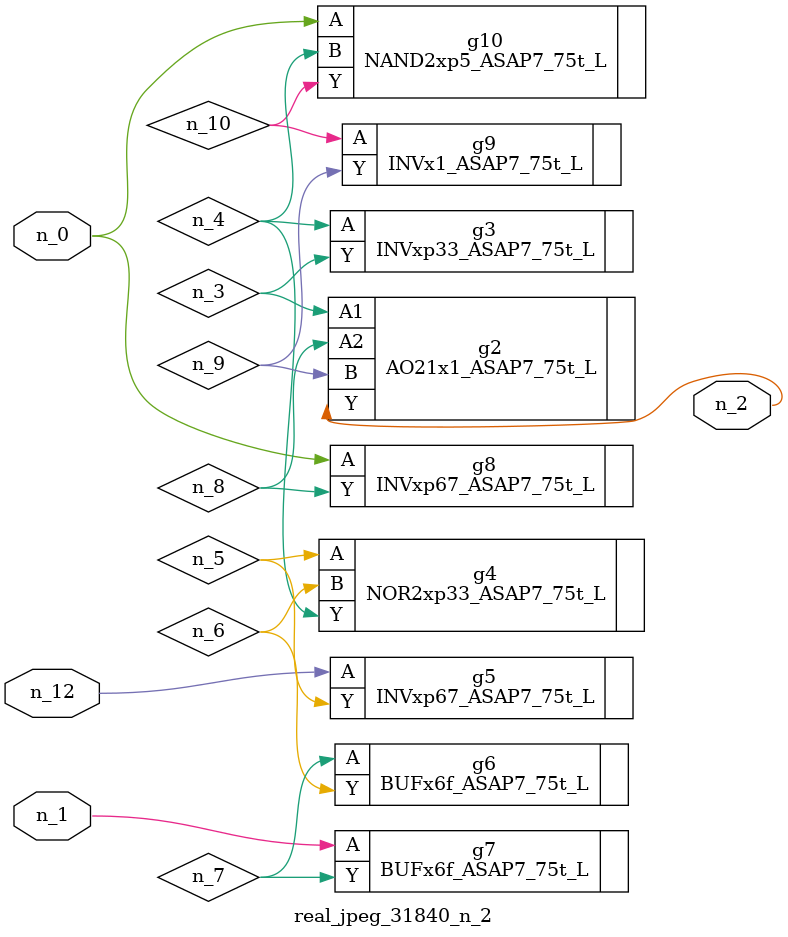
<source format=v>
module real_jpeg_31840_n_2 (n_12, n_1, n_0, n_2);

input n_12;
input n_1;
input n_0;

output n_2;

wire n_5;
wire n_8;
wire n_4;
wire n_6;
wire n_7;
wire n_3;
wire n_10;
wire n_9;

INVxp67_ASAP7_75t_L g8 ( 
.A(n_0),
.Y(n_8)
);

NAND2xp5_ASAP7_75t_L g10 ( 
.A(n_0),
.B(n_4),
.Y(n_10)
);

BUFx6f_ASAP7_75t_L g7 ( 
.A(n_1),
.Y(n_7)
);

AO21x1_ASAP7_75t_L g2 ( 
.A1(n_3),
.A2(n_8),
.B(n_9),
.Y(n_2)
);

INVxp33_ASAP7_75t_L g3 ( 
.A(n_4),
.Y(n_3)
);

NOR2xp33_ASAP7_75t_L g4 ( 
.A(n_5),
.B(n_6),
.Y(n_4)
);

BUFx6f_ASAP7_75t_L g6 ( 
.A(n_7),
.Y(n_6)
);

INVx1_ASAP7_75t_L g9 ( 
.A(n_10),
.Y(n_9)
);

INVxp67_ASAP7_75t_L g5 ( 
.A(n_12),
.Y(n_5)
);


endmodule
</source>
